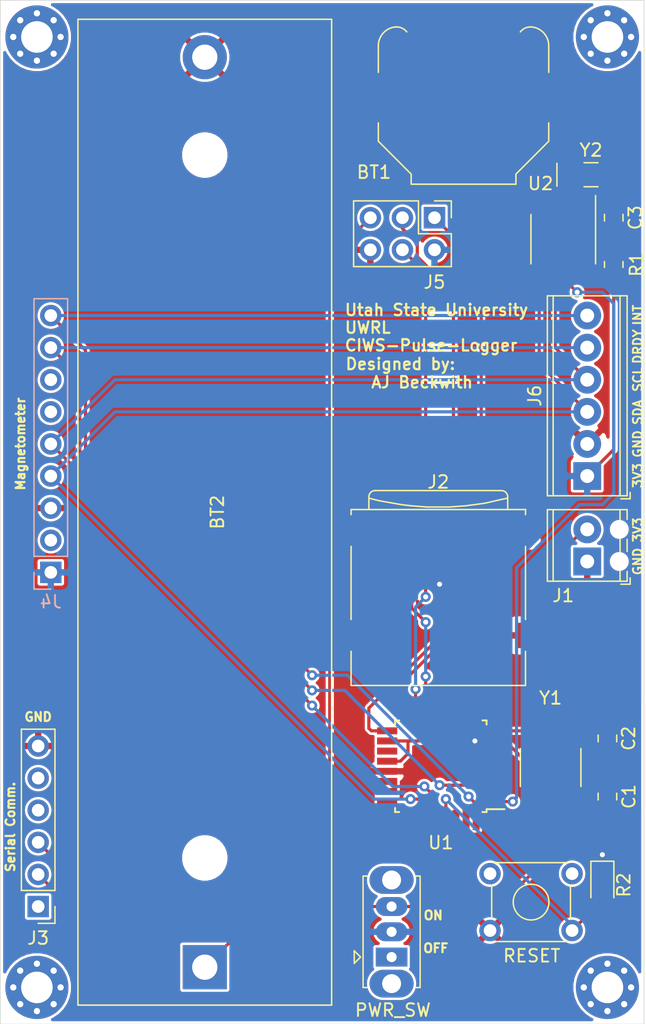
<source format=kicad_pcb>
(kicad_pcb (version 20171130) (host pcbnew "(5.1.9-0-10_14)")
  (layers (0 F.Cu signal hide) (31 B.Cu signal hide) (34 B.Paste user) (35 F.Paste user) (36 B.SilkS user) (37 F.SilkS user) (38 B.Mask user) (39 F.Mask user) (44 Edge.Cuts user))
  (net 0 "")
  (net 1 GND)
  (net 2 "Net-(BT1-Pad1)")
  (net 3 "Net-(C1-Pad1)")
  (net 4 "Net-(C2-Pad1)")
  (net 5 "Net-(C3-Pad1)")
  (net 6 "Net-(J2-Pad1)")
  (net 7 "Net-(J2-Pad2)")
  (net 8 "Net-(J2-Pad3)")
  (net 9 +3V3)
  (net 10 "Net-(J2-Pad5)")
  (net 11 "Net-(J2-Pad7)")
  (net 12 "Net-(J2-Pad8)")
  (net 13 "Net-(J3-Pad5)")
  (net 14 "Net-(J3-Pad4)")
  (net 15 "Net-(J3-Pad3)")
  (net 16 "Net-(J3-Pad2)")
  (net 17 "Net-(J3-Pad1)")
  (net 18 "Net-(J4-Pad9)")
  (net 19 "Net-(J4-Pad8)")
  (net 20 "Net-(J4-Pad7)")
  (net 21 "Net-(J4-Pad6)")
  (net 22 "Net-(J4-Pad5)")
  (net 23 "Net-(J4-Pad4)")
  (net 24 "Net-(J4-Pad2)")
  (net 25 "Net-(J5-Pad5)")
  (net 26 "Net-(U1-Pad26)")
  (net 27 "Net-(U1-Pad25)")
  (net 28 "Net-(U1-Pad24)")
  (net 29 "Net-(U1-Pad23)")
  (net 30 "Net-(U1-Pad22)")
  (net 31 "Net-(U1-Pad19)")
  (net 32 "Net-(U1-Pad13)")
  (net 33 "Net-(U1-Pad12)")
  (net 34 "Net-(U1-Pad11)")
  (net 35 "Net-(U1-Pad10)")
  (net 36 "Net-(U1-Pad9)")
  (net 37 "Net-(U1-Pad1)")
  (net 38 "Net-(U2-Pad2)")
  (net 39 "Net-(U2-Pad1)")
  (net 40 "Net-(BT2-Pad1)")
  (net 41 "Net-(SW2-Pad1)")
  (module TerminalBlock_Phoenix:TerminalBlock_Phoenix_MPT-0,5-6-2.54_1x06_P2.54mm_Horizontal (layer F.Cu) (at 164.3 88.44 90)
    (fp_text reference J6 (at 6.35 -4.16 90) (layer F.SilkS))
    (fp_text value Screw_Terminal_01x06 hide)
    (fp_line (start -1.8 3.4) (end -1.3 3.4) (layer F.SilkS) (width 0.12))
    (fp_line (start -1.8 2.66) (end -1.8 3.4) (layer F.SilkS) (width 0.12))
    (fp_line (start 14.26 -3.16) (end 14.26 3.16) (layer F.SilkS) (width 0.12))
    (fp_line (start -1.56 -3.16) (end -1.56 3.16) (layer F.SilkS) (width 0.12))
    (fp_line (start -1.56 3.16) (end 14.26 3.16) (layer F.SilkS) (width 0.12))
    (fp_line (start -1.56 -3.16) (end 14.26 -3.16) (layer F.SilkS) (width 0.12))
    (fp_line (start -1.56 -2.7) (end 14.26 -2.7) (layer F.SilkS) (width 0.12))
    (fp_line (start -1.56 2.6) (end 14.26 2.6) (layer F.SilkS) (width 0.12))
    (pad 6 thru_hole circle (at 12.7 0 90) (size 2.2 2.2) (drill 1.1) (layers *.Cu *.Mask) (net 18 "Net-(J4-Pad9)"))
    (pad 5 thru_hole circle (at 10.16 0 90) (size 2.2 2.2) (drill 1.1) (layers *.Cu *.Mask) (net 19 "Net-(J4-Pad8)"))
    (pad 4 thru_hole circle (at 7.62 0 90) (size 2.2 2.2) (drill 1.1) (layers *.Cu *.Mask) (net 22 "Net-(J4-Pad5)"))
    (pad 3 thru_hole circle (at 5.08 0 90) (size 2.2 2.2) (drill 1.1) (layers *.Cu *.Mask) (net 23 "Net-(J4-Pad4)"))
    (pad 2 thru_hole circle (at 2.54 0 90) (size 2.2 2.2) (drill 1.1) (layers *.Cu *.Mask) (net 1 GND))
    (pad 1 thru_hole rect (at 0 0 90) (size 2.2 2.2) (drill 1.1) (layers *.Cu *.Mask) (net 9 +3V3))
  )
  (module MountingHole:MountingHole_2.5mm_Pad_Via (layer F.Cu) (at 120.7 128.9)
    (fp_text reference REF** hide)
    (fp_text value MountingHole_2.5mm_Pad_Via)
    (pad 1 thru_hole circle (at 1.325825 -1.325825) (size 0.8 0.8) (drill 0.5) (layers *.Cu *.Mask))
    (pad 1 thru_hole circle (at 0 -1.875) (size 0.8 0.8) (drill 0.5) (layers *.Cu *.Mask))
    (pad 1 thru_hole circle (at -1.325825 -1.325825) (size 0.8 0.8) (drill 0.5) (layers *.Cu *.Mask))
    (pad 1 thru_hole circle (at -1.875 0) (size 0.8 0.8) (drill 0.5) (layers *.Cu *.Mask))
    (pad 1 thru_hole circle (at -1.325825 1.325825) (size 0.8 0.8) (drill 0.5) (layers *.Cu *.Mask))
    (pad 1 thru_hole circle (at 0 1.875) (size 0.8 0.8) (drill 0.5) (layers *.Cu *.Mask))
    (pad 1 thru_hole circle (at 1.325825 1.325825) (size 0.8 0.8) (drill 0.5) (layers *.Cu *.Mask))
    (pad 1 thru_hole circle (at 1.875 0) (size 0.8 0.8) (drill 0.5) (layers *.Cu *.Mask))
    (pad 1 thru_hole circle (at 0 0) (size 5 5) (drill 2.5) (layers *.Cu *.Mask))
  )
  (module MountingHole:MountingHole_2.5mm_Pad_Via (layer F.Cu) (at 120.7 53.7)
    (fp_text reference REF** hide)
    (fp_text value MountingHole_2.5mm_Pad_Via)
    (pad 1 thru_hole circle (at 1.325825 -1.325825) (size 0.8 0.8) (drill 0.5) (layers *.Cu *.Mask))
    (pad 1 thru_hole circle (at 0 -1.875) (size 0.8 0.8) (drill 0.5) (layers *.Cu *.Mask))
    (pad 1 thru_hole circle (at -1.325825 -1.325825) (size 0.8 0.8) (drill 0.5) (layers *.Cu *.Mask))
    (pad 1 thru_hole circle (at -1.875 0) (size 0.8 0.8) (drill 0.5) (layers *.Cu *.Mask))
    (pad 1 thru_hole circle (at -1.325825 1.325825) (size 0.8 0.8) (drill 0.5) (layers *.Cu *.Mask))
    (pad 1 thru_hole circle (at 0 1.875) (size 0.8 0.8) (drill 0.5) (layers *.Cu *.Mask))
    (pad 1 thru_hole circle (at 1.325825 1.325825) (size 0.8 0.8) (drill 0.5) (layers *.Cu *.Mask))
    (pad 1 thru_hole circle (at 1.875 0) (size 0.8 0.8) (drill 0.5) (layers *.Cu *.Mask))
    (pad 1 thru_hole circle (at 0 0) (size 5 5) (drill 2.5) (layers *.Cu *.Mask))
  )
  (module MountingHole:MountingHole_2.5mm_Pad_Via (layer F.Cu) (at 165.9 53.7)
    (fp_text reference REF** hide)
    (fp_text value MountingHole_2.5mm_Pad_Via)
    (pad 1 thru_hole circle (at 1.325825 -1.325825) (size 0.8 0.8) (drill 0.5) (layers *.Cu *.Mask))
    (pad 1 thru_hole circle (at 0 -1.875) (size 0.8 0.8) (drill 0.5) (layers *.Cu *.Mask))
    (pad 1 thru_hole circle (at -1.325825 -1.325825) (size 0.8 0.8) (drill 0.5) (layers *.Cu *.Mask))
    (pad 1 thru_hole circle (at -1.875 0) (size 0.8 0.8) (drill 0.5) (layers *.Cu *.Mask))
    (pad 1 thru_hole circle (at -1.325825 1.325825) (size 0.8 0.8) (drill 0.5) (layers *.Cu *.Mask))
    (pad 1 thru_hole circle (at 0 1.875) (size 0.8 0.8) (drill 0.5) (layers *.Cu *.Mask))
    (pad 1 thru_hole circle (at 1.325825 1.325825) (size 0.8 0.8) (drill 0.5) (layers *.Cu *.Mask))
    (pad 1 thru_hole circle (at 1.875 0) (size 0.8 0.8) (drill 0.5) (layers *.Cu *.Mask))
    (pad 1 thru_hole circle (at 0 0) (size 5 5) (drill 2.5) (layers *.Cu *.Mask))
  )
  (module MountingHole:MountingHole_2.5mm_Pad_Via (layer F.Cu) (at 165.9 128.9)
    (fp_text reference REF** hide)
    (fp_text value MountingHole_2.5mm_Pad_Via)
    (pad 1 thru_hole circle (at 1.325825 -1.325825) (size 0.8 0.8) (drill 0.5) (layers *.Cu *.Mask))
    (pad 1 thru_hole circle (at 0 -1.875) (size 0.8 0.8) (drill 0.5) (layers *.Cu *.Mask))
    (pad 1 thru_hole circle (at -1.325825 -1.325825) (size 0.8 0.8) (drill 0.5) (layers *.Cu *.Mask))
    (pad 1 thru_hole circle (at -1.875 0) (size 0.8 0.8) (drill 0.5) (layers *.Cu *.Mask))
    (pad 1 thru_hole circle (at -1.325825 1.325825) (size 0.8 0.8) (drill 0.5) (layers *.Cu *.Mask))
    (pad 1 thru_hole circle (at 0 1.875) (size 0.8 0.8) (drill 0.5) (layers *.Cu *.Mask))
    (pad 1 thru_hole circle (at 1.325825 1.325825) (size 0.8 0.8) (drill 0.5) (layers *.Cu *.Mask))
    (pad 1 thru_hole circle (at 1.875 0) (size 0.8 0.8) (drill 0.5) (layers *.Cu *.Mask))
    (pad 1 thru_hole circle (at 0 0) (size 5 5) (drill 2.5) (layers *.Cu *.Mask))
  )
  (module Battery:BatteryHolder_MPD_BH-18650-PC2 (layer F.Cu) (at 134 127.3 90)
    (fp_text reference BT2 (at 36 1 90) (layer F.SilkS))
    (fp_text value Battery_Cell)
    (fp_line (start -3 -10.05) (end 75 -10.05) (layer F.SilkS) (width 0.12))
    (fp_line (start 75 -10.05) (end 75 10.05) (layer F.SilkS) (width 0.12))
    (fp_line (start 75 10.05) (end -3 10.05) (layer F.SilkS) (width 0.12))
    (fp_line (start -3 10.05) (end -3 -10.05) (layer F.SilkS) (width 0.12))
    (pad "" np_thru_hole circle (at 64.255 0 90) (size 3.2 3.2) (drill 3.2) (layers *.Cu *.Mask))
    (pad "" np_thru_hole circle (at 8.645 0 90) (size 3.2 3.2) (drill 3.2) (layers *.Cu *.Mask))
    (pad 1 thru_hole rect (at 0 0 90) (size 3.5 3.5) (drill 2) (layers *.Cu *.Mask) (net 40 "Net-(BT2-Pad1)"))
    (pad 2 thru_hole circle (at 72 0 90) (size 3.5 3.5) (drill 2) (layers *.Cu *.Mask) (net 1 GND))
  )
  (module Connector_PinHeader_2.54mm:PinHeader_1x09_P2.54mm_Vertical (layer B.Cu) (at 121.8 96.06)
    (fp_text reference J4 (at 0 2.33) (layer B.SilkS) (effects (justify mirror)))
    (fp_text value Conn_01x09_Female)
    (fp_line (start -1.33 -21.65) (end 1.33 -21.65) (layer B.SilkS) (width 0.12))
    (fp_line (start -1.33 -1.27) (end -1.33 -21.65) (layer B.SilkS) (width 0.12))
    (fp_line (start 1.33 -1.27) (end 1.33 -21.65) (layer B.SilkS) (width 0.12))
    (fp_line (start -1.33 -1.27) (end 1.33 -1.27) (layer B.SilkS) (width 0.12))
    (fp_line (start -1.33 0) (end -1.33 1.33) (layer B.SilkS) (width 0.12))
    (fp_line (start -1.33 1.33) (end 0 1.33) (layer B.SilkS) (width 0.12))
    (pad 9 thru_hole oval (at 0 -20.32) (size 1.7 1.7) (drill 1) (layers *.Cu *.Mask) (net 18 "Net-(J4-Pad9)"))
    (pad 8 thru_hole oval (at 0 -17.78) (size 1.7 1.7) (drill 1) (layers *.Cu *.Mask) (net 19 "Net-(J4-Pad8)"))
    (pad 7 thru_hole oval (at 0 -15.24) (size 1.7 1.7) (drill 1) (layers *.Cu *.Mask) (net 20 "Net-(J4-Pad7)"))
    (pad 6 thru_hole oval (at 0 -12.7) (size 1.7 1.7) (drill 1) (layers *.Cu *.Mask) (net 21 "Net-(J4-Pad6)"))
    (pad 5 thru_hole oval (at 0 -10.16) (size 1.7 1.7) (drill 1) (layers *.Cu *.Mask) (net 22 "Net-(J4-Pad5)"))
    (pad 4 thru_hole oval (at 0 -7.62) (size 1.7 1.7) (drill 1) (layers *.Cu *.Mask) (net 23 "Net-(J4-Pad4)"))
    (pad 3 thru_hole oval (at 0 -5.08) (size 1.7 1.7) (drill 1) (layers *.Cu *.Mask) (net 1 GND))
    (pad 2 thru_hole oval (at 0 -2.54) (size 1.7 1.7) (drill 1) (layers *.Cu *.Mask) (net 24 "Net-(J4-Pad2)"))
    (pad 1 thru_hole rect (at 0 0) (size 1.7 1.7) (drill 1) (layers *.Cu *.Mask) (net 9 +3V3))
  )
  (module Connector_PinHeader_2.54mm:PinHeader_1x06_P2.54mm_Vertical (layer F.Cu) (at 120.8 122.5 180)
    (fp_text reference J3 (at 0 -2.5) (layer F.SilkS))
    (fp_text value Conn_01x06_Female hide)
    (fp_line (start -1.33 14.03) (end 1.33 14.03) (layer F.SilkS) (width 0.12))
    (fp_line (start -1.33 1.27) (end -1.33 14.03) (layer F.SilkS) (width 0.12))
    (fp_line (start 1.33 1.27) (end 1.33 14.03) (layer F.SilkS) (width 0.12))
    (fp_line (start -1.33 1.27) (end 1.33 1.27) (layer F.SilkS) (width 0.12))
    (fp_line (start -1.33 0) (end -1.33 -1.33) (layer F.SilkS) (width 0.12))
    (fp_line (start -1.33 -1.33) (end 0 -1.33) (layer F.SilkS) (width 0.12))
    (pad 6 thru_hole oval (at 0 12.7 180) (size 1.7 1.7) (drill 1) (layers *.Cu *.Mask) (net 1 GND))
    (pad 5 thru_hole oval (at 0 10.16 180) (size 1.7 1.7) (drill 1) (layers *.Cu *.Mask) (net 13 "Net-(J3-Pad5)"))
    (pad 4 thru_hole oval (at 0 7.62 180) (size 1.7 1.7) (drill 1) (layers *.Cu *.Mask) (net 14 "Net-(J3-Pad4)"))
    (pad 3 thru_hole oval (at 0 5.08 180) (size 1.7 1.7) (drill 1) (layers *.Cu *.Mask) (net 15 "Net-(J3-Pad3)"))
    (pad 2 thru_hole oval (at 0 2.54 180) (size 1.7 1.7) (drill 1) (layers *.Cu *.Mask) (net 16 "Net-(J3-Pad2)"))
    (pad 1 thru_hole rect (at 0 0 180) (size 1.7 1.7) (drill 1) (layers *.Cu *.Mask) (net 17 "Net-(J3-Pad1)"))
  )
  (module Crystal:Crystal_SMD_EuroQuartz_EQ161-2Pin_3.2x1.5mm_HandSoldering (layer F.Cu) (at 164.6 64.6)
    (fp_text reference Y2 (at 0 -1.95) (layer F.SilkS))
    (fp_text value 32.768kHz)
    (fp_line (start -0.55 -0.95) (end 0.55 -0.95) (layer F.SilkS) (width 0.12))
    (fp_line (start -0.55 0.95) (end 0.55 0.95) (layer F.SilkS) (width 0.12))
    (fp_line (start -2.7 -0.9) (end -2.7 0.9) (layer F.SilkS) (width 0.12))
    (pad 2 smd rect (at 1.625 0) (size 1.75 1.8) (layers F.Cu F.Paste F.Mask) (net 39 "Net-(U2-Pad1)"))
    (pad 1 smd rect (at -1.625 0) (size 1.75 1.8) (layers F.Cu F.Paste F.Mask) (net 38 "Net-(U2-Pad2)"))
  )
  (module Crystal:Crystal_SMD_TXC_AX_8045-2Pin_8.0x4.5mm (layer F.Cu) (at 161.4 111.5 90)
    (fp_text reference Y1 (at 5.5 0 180) (layer F.SilkS))
    (fp_text value 8Mhz)
    (fp_line (start 1.5 -2.4) (end -1.5 -2.4) (layer F.SilkS) (width 0.12))
    (fp_line (start -1.5 2.4) (end 1.5 2.4) (layer F.SilkS) (width 0.12))
    (pad 2 smd roundrect (at 3.25 0 90) (size 2.5 3) (layers F.Cu F.Paste F.Mask) (net 4 "Net-(C2-Pad1)"))
    (pad 1 smd roundrect (at -3.25 0 90) (size 2.5 3) (layers F.Cu F.Paste F.Mask) (net 3 "Net-(C1-Pad1)"))
  )
  (module Package_SO:SOIC-8_3.9x4.9mm_P1.27mm (layer F.Cu) (at 162.4 69.7 270)
    (fp_text reference U2 (at -4.4 1.8 180) (layer F.SilkS))
    (fp_text value PCF8523T)
    (fp_line (start 0 2.56) (end 1.95 2.56) (layer F.SilkS) (width 0.12))
    (fp_line (start 0 2.56) (end -1.95 2.56) (layer F.SilkS) (width 0.12))
    (fp_line (start 0 -2.56) (end 1.95 -2.56) (layer F.SilkS) (width 0.12))
    (fp_line (start 0 -2.56) (end -3.45 -2.56) (layer F.SilkS) (width 0.12))
    (pad 8 smd roundrect (at 2.475 -1.905 270) (size 1.95 0.6) (layers F.Cu F.Paste F.Mask) (net 5 "Net-(C3-Pad1)"))
    (pad 7 smd roundrect (at 2.475 -0.635 270) (size 1.95 0.6) (layers F.Cu F.Paste F.Mask) (net 37 "Net-(U1-Pad1)"))
    (pad 6 smd roundrect (at 2.475 0.635 270) (size 1.95 0.6) (layers F.Cu F.Paste F.Mask) (net 22 "Net-(J4-Pad5)"))
    (pad 5 smd roundrect (at 2.475 1.905 270) (size 1.95 0.6) (layers F.Cu F.Paste F.Mask) (net 23 "Net-(J4-Pad4)"))
    (pad 4 smd roundrect (at -2.475 1.905 270) (size 1.95 0.6) (layers F.Cu F.Paste F.Mask) (net 1 GND))
    (pad 3 smd roundrect (at -2.475 0.635 270) (size 1.95 0.6) (layers F.Cu F.Paste F.Mask) (net 2 "Net-(BT1-Pad1)"))
    (pad 2 smd roundrect (at -2.475 -0.635 270) (size 1.95 0.6) (layers F.Cu F.Paste F.Mask) (net 38 "Net-(U2-Pad2)"))
    (pad 1 smd roundrect (at -2.475 -1.905 270) (size 1.95 0.6) (layers F.Cu F.Paste F.Mask) (net 39 "Net-(U2-Pad1)"))
  )
  (module Package_QFP:TQFP-32_7x7mm_P0.8mm (layer F.Cu) (at 152.7 111.4 180)
    (fp_text reference U1 (at 0 -6.05) (layer F.SilkS))
    (fp_text value ATmega328P-AU)
    (fp_line (start -3.625 -3.625) (end -3.625 -3.4) (layer F.SilkS) (width 0.15))
    (fp_line (start 3.625 -3.625) (end 3.625 -3.3) (layer F.SilkS) (width 0.15))
    (fp_line (start 3.625 3.625) (end 3.625 3.3) (layer F.SilkS) (width 0.15))
    (fp_line (start -3.625 3.625) (end -3.625 3.3) (layer F.SilkS) (width 0.15))
    (fp_line (start -3.625 -3.625) (end -3.3 -3.625) (layer F.SilkS) (width 0.15))
    (fp_line (start -3.625 3.625) (end -3.3 3.625) (layer F.SilkS) (width 0.15))
    (fp_line (start 3.625 3.625) (end 3.3 3.625) (layer F.SilkS) (width 0.15))
    (fp_line (start 3.625 -3.625) (end 3.3 -3.625) (layer F.SilkS) (width 0.15))
    (fp_line (start -3.625 -3.4) (end -5.05 -3.4) (layer F.SilkS) (width 0.15))
    (pad 32 smd rect (at -2.8 -4.25 270) (size 1.6 0.55) (layers F.Cu F.Paste F.Mask) (net 18 "Net-(J4-Pad9)"))
    (pad 31 smd rect (at -2 -4.25 270) (size 1.6 0.55) (layers F.Cu F.Paste F.Mask) (net 16 "Net-(J3-Pad2)"))
    (pad 30 smd rect (at -1.2 -4.25 270) (size 1.6 0.55) (layers F.Cu F.Paste F.Mask) (net 15 "Net-(J3-Pad3)"))
    (pad 29 smd rect (at -0.4 -4.25 270) (size 1.6 0.55) (layers F.Cu F.Paste F.Mask) (net 25 "Net-(J5-Pad5)"))
    (pad 28 smd rect (at 0.4 -4.25 270) (size 1.6 0.55) (layers F.Cu F.Paste F.Mask) (net 22 "Net-(J4-Pad5)"))
    (pad 27 smd rect (at 1.2 -4.25 270) (size 1.6 0.55) (layers F.Cu F.Paste F.Mask) (net 23 "Net-(J4-Pad4)"))
    (pad 26 smd rect (at 2 -4.25 270) (size 1.6 0.55) (layers F.Cu F.Paste F.Mask) (net 26 "Net-(U1-Pad26)"))
    (pad 25 smd rect (at 2.8 -4.25 270) (size 1.6 0.55) (layers F.Cu F.Paste F.Mask) (net 27 "Net-(U1-Pad25)"))
    (pad 24 smd rect (at 4.25 -2.8 180) (size 1.6 0.55) (layers F.Cu F.Paste F.Mask) (net 28 "Net-(U1-Pad24)"))
    (pad 23 smd rect (at 4.25 -2 180) (size 1.6 0.55) (layers F.Cu F.Paste F.Mask) (net 29 "Net-(U1-Pad23)"))
    (pad 22 smd rect (at 4.25 -1.2 180) (size 1.6 0.55) (layers F.Cu F.Paste F.Mask) (net 30 "Net-(U1-Pad22)"))
    (pad 21 smd rect (at 4.25 -0.4 180) (size 1.6 0.55) (layers F.Cu F.Paste F.Mask) (net 1 GND))
    (pad 20 smd rect (at 4.25 0.4 180) (size 1.6 0.55) (layers F.Cu F.Paste F.Mask) (net 9 +3V3))
    (pad 19 smd rect (at 4.25 1.2 180) (size 1.6 0.55) (layers F.Cu F.Paste F.Mask) (net 31 "Net-(U1-Pad19)"))
    (pad 18 smd rect (at 4.25 2 180) (size 1.6 0.55) (layers F.Cu F.Paste F.Mask) (net 9 +3V3))
    (pad 17 smd rect (at 4.25 2.8 180) (size 1.6 0.55) (layers F.Cu F.Paste F.Mask) (net 10 "Net-(J2-Pad5)"))
    (pad 16 smd rect (at 2.8 4.25 270) (size 1.6 0.55) (layers F.Cu F.Paste F.Mask) (net 11 "Net-(J2-Pad7)"))
    (pad 15 smd rect (at 2 4.25 270) (size 1.6 0.55) (layers F.Cu F.Paste F.Mask) (net 8 "Net-(J2-Pad3)"))
    (pad 14 smd rect (at 1.2 4.25 270) (size 1.6 0.55) (layers F.Cu F.Paste F.Mask) (net 7 "Net-(J2-Pad2)"))
    (pad 13 smd rect (at 0.4 4.25 270) (size 1.6 0.55) (layers F.Cu F.Paste F.Mask) (net 32 "Net-(U1-Pad13)"))
    (pad 12 smd rect (at -0.4 4.25 270) (size 1.6 0.55) (layers F.Cu F.Paste F.Mask) (net 33 "Net-(U1-Pad12)"))
    (pad 11 smd rect (at -1.2 4.25 270) (size 1.6 0.55) (layers F.Cu F.Paste F.Mask) (net 34 "Net-(U1-Pad11)"))
    (pad 10 smd rect (at -2 4.25 270) (size 1.6 0.55) (layers F.Cu F.Paste F.Mask) (net 35 "Net-(U1-Pad10)"))
    (pad 9 smd rect (at -2.8 4.25 270) (size 1.6 0.55) (layers F.Cu F.Paste F.Mask) (net 36 "Net-(U1-Pad9)"))
    (pad 8 smd rect (at -4.25 2.8 180) (size 1.6 0.55) (layers F.Cu F.Paste F.Mask) (net 4 "Net-(C2-Pad1)"))
    (pad 7 smd rect (at -4.25 2 180) (size 1.6 0.55) (layers F.Cu F.Paste F.Mask) (net 3 "Net-(C1-Pad1)"))
    (pad 6 smd rect (at -4.25 1.2 180) (size 1.6 0.55) (layers F.Cu F.Paste F.Mask) (net 9 +3V3))
    (pad 5 smd rect (at -4.25 0.4 180) (size 1.6 0.55) (layers F.Cu F.Paste F.Mask) (net 1 GND))
    (pad 4 smd rect (at -4.25 -0.4 180) (size 1.6 0.55) (layers F.Cu F.Paste F.Mask) (net 9 +3V3))
    (pad 3 smd rect (at -4.25 -1.2 180) (size 1.6 0.55) (layers F.Cu F.Paste F.Mask) (net 1 GND))
    (pad 2 smd rect (at -4.25 -2 180) (size 1.6 0.55) (layers F.Cu F.Paste F.Mask) (net 19 "Net-(J4-Pad8)"))
    (pad 1 smd rect (at -4.25 -2.8 180) (size 1.6 0.55) (layers F.Cu F.Paste F.Mask) (net 37 "Net-(U1-Pad1)"))
  )
  (module Button_Switch_THT:SW_Slide_1P2T_CK_OS102011MS2Q (layer F.Cu) (at 148.8 126.5 90)
    (fp_text reference SW2 hide)
    (fp_text value PWR_SW (at -4.2 0.1 180) (layer F.SilkS))
    (fp_line (start -2.41 -2.26) (end 6.41 -2.26) (layer F.SilkS) (width 0.12))
    (fp_line (start 6.41 -2.26) (end 6.41 -1.95) (layer F.SilkS) (width 0.12))
    (fp_line (start 6.41 2.26) (end -2.41 2.26) (layer F.SilkS) (width 0.12))
    (fp_line (start -2.41 -1.95) (end -2.41 -2.26) (layer F.SilkS) (width 0.12))
    (fp_line (start -2.41 2.26) (end -2.41 1.95) (layer F.SilkS) (width 0.12))
    (fp_line (start 6.41 2.26) (end 6.41 1.95) (layer F.SilkS) (width 0.12))
    (fp_line (start -0.5 -2.96) (end 0 -2.46) (layer F.SilkS) (width 0.12))
    (fp_line (start 0 -2.46) (end 0.5 -2.96) (layer F.SilkS) (width 0.12))
    (fp_line (start 0.5 -2.96) (end -0.5 -2.96) (layer F.SilkS) (width 0.12))
    (pad "" thru_hole oval (at 6.1 0 90) (size 2.2 3.5) (drill 1.5) (layers *.Cu *.Mask))
    (pad "" thru_hole oval (at -2.1 0 90) (size 2.2 3.5) (drill 1.5) (layers *.Cu *.Mask))
    (pad 3 thru_hole oval (at 4 0 90) (size 1.5 2.5) (drill 0.8) (layers *.Cu *.Mask) (net 40 "Net-(BT2-Pad1)"))
    (pad 2 thru_hole oval (at 2 0 90) (size 1.5 2.5) (drill 0.8) (layers *.Cu *.Mask) (net 9 +3V3))
    (pad 1 thru_hole rect (at 0 0 90) (size 1.5 2.5) (drill 0.8) (layers *.Cu *.Mask) (net 41 "Net-(SW2-Pad1)"))
  )
  (module Button_Switch_THT:SW_TH_Tactile_Omron_B3F-10xx (layer F.Cu) (at 163.1 124.4 180)
    (fp_text reference SW1 hide)
    (fp_text value RESET (at 3.2 -2) (layer F.SilkS))
    (fp_circle (center 3.25 2.25) (end 4.25 3.25) (layer F.SilkS) (width 0.12))
    (fp_line (start 0.28 5.37) (end 6.22 5.37) (layer F.SilkS) (width 0.12))
    (fp_line (start 0.28 -0.87) (end 6.22 -0.87) (layer F.SilkS) (width 0.12))
    (fp_line (start 0.13 3.59) (end 0.13 0.91) (layer F.SilkS) (width 0.12))
    (fp_line (start 6.37 0.91) (end 6.37 3.59) (layer F.SilkS) (width 0.12))
    (pad 1 thru_hole circle (at 0 0 180) (size 1.7 1.7) (drill 1) (layers *.Cu *.Mask) (net 25 "Net-(J5-Pad5)"))
    (pad 2 thru_hole circle (at 6.5 0 180) (size 1.7 1.7) (drill 1) (layers *.Cu *.Mask) (net 1 GND))
    (pad 3 thru_hole circle (at 0 4.5 180) (size 1.7 1.7) (drill 1) (layers *.Cu *.Mask))
    (pad 4 thru_hole circle (at 6.5 4.5 180) (size 1.7 1.7) (drill 1) (layers *.Cu *.Mask))
  )
  (module LED_SMD:LED_0805_2012Metric_Castellated (layer F.Cu) (at 165.5 120.8 270)
    (fp_text reference R2 (at 0 -1.7 90) (layer F.SilkS))
    (fp_text value 10k)
    (fp_line (start 1 -0.91) (end -1.885 -0.91) (layer F.SilkS) (width 0.12))
    (fp_line (start -1.885 -0.91) (end -1.885 0.91) (layer F.SilkS) (width 0.12))
    (fp_line (start -1.885 0.91) (end 1 0.91) (layer F.SilkS) (width 0.12))
    (pad 2 smd roundrect (at 0.9625 0 270) (size 1.325 1.3) (layers F.Cu F.Paste F.Mask) (roundrect_rratio 0.192308) (net 25 "Net-(J5-Pad5)"))
    (pad 1 smd roundrect (at -0.9625 0 270) (size 1.325 1.3) (layers F.Cu F.Paste F.Mask) (roundrect_rratio 0.192308) (net 9 +3V3))
  )
  (module Resistor_SMD:R_0805_2012Metric (layer F.Cu) (at 166.4 71.7 90)
    (fp_text reference R1 (at 0 1.8 90) (layer F.SilkS))
    (fp_text value 1k)
    (fp_line (start -0.227064 -0.735) (end 0.227064 -0.735) (layer F.SilkS) (width 0.12))
    (fp_line (start -0.227064 0.735) (end 0.227064 0.735) (layer F.SilkS) (width 0.12))
    (pad 2 smd roundrect (at 0.9125 0 90) (size 1.025 1.4) (layers F.Cu F.Paste F.Mask) (roundrect_rratio 0.243902) (net 5 "Net-(C3-Pad1)"))
    (pad 1 smd roundrect (at -0.9125 0 90) (size 1.025 1.4) (layers F.Cu F.Paste F.Mask) (roundrect_rratio 0.243902) (net 9 +3V3))
  )
  (module Connector_PinHeader_2.54mm:PinHeader_2x03_P2.54mm_Vertical (layer F.Cu) (at 152.2 68 270)
    (fp_text reference J5 (at 5.1 0 180) (layer F.SilkS))
    (fp_text value ISP)
    (fp_line (start -1.33 6.41) (end 3.87 6.41) (layer F.SilkS) (width 0.12))
    (fp_line (start -1.33 1.27) (end -1.33 6.41) (layer F.SilkS) (width 0.12))
    (fp_line (start 3.87 -1.33) (end 3.87 6.41) (layer F.SilkS) (width 0.12))
    (fp_line (start -1.33 1.27) (end 1.27 1.27) (layer F.SilkS) (width 0.12))
    (fp_line (start 1.27 1.27) (end 1.27 -1.33) (layer F.SilkS) (width 0.12))
    (fp_line (start 1.27 -1.33) (end 3.87 -1.33) (layer F.SilkS) (width 0.12))
    (fp_line (start -1.33 0) (end -1.33 -1.33) (layer F.SilkS) (width 0.12))
    (fp_line (start -1.33 -1.33) (end 0 -1.33) (layer F.SilkS) (width 0.12))
    (pad 6 thru_hole oval (at 2.54 5.08 270) (size 1.7 1.7) (drill 1) (layers *.Cu *.Mask) (net 1 GND))
    (pad 5 thru_hole oval (at 0 5.08 270) (size 1.7 1.7) (drill 1) (layers *.Cu *.Mask) (net 25 "Net-(J5-Pad5)"))
    (pad 4 thru_hole oval (at 2.54 2.54 270) (size 1.7 1.7) (drill 1) (layers *.Cu *.Mask) (net 8 "Net-(J2-Pad3)"))
    (pad 3 thru_hole oval (at 0 2.54 270) (size 1.7 1.7) (drill 1) (layers *.Cu *.Mask) (net 10 "Net-(J2-Pad5)"))
    (pad 2 thru_hole oval (at 2.54 0 270) (size 1.7 1.7) (drill 1) (layers *.Cu *.Mask) (net 9 +3V3))
    (pad 1 thru_hole rect (at 0 0 270) (size 1.7 1.7) (drill 1) (layers *.Cu *.Mask) (net 11 "Net-(J2-Pad7)"))
  )
  (module Connector_Card:microSD_HC_Wuerth_693072010801 (layer F.Cu) (at 152.5 96.9)
    (fp_text reference J2 (at 0 -7.99) (layer F.SilkS))
    (fp_text value Micro_SD_Card)
    (fp_line (start 5 -6.61) (end 5.5 -6.71) (layer F.SilkS) (width 0.12))
    (fp_line (start 3.7 -6.31) (end 5 -6.61) (layer F.SilkS) (width 0.12))
    (fp_line (start 2.2 -6.11) (end 3.7 -6.31) (layer F.SilkS) (width 0.12))
    (fp_line (start 0.9 -6.01) (end 2.2 -6.11) (layer F.SilkS) (width 0.12))
    (fp_line (start -0.9 -6.01) (end 0.9 -6.01) (layer F.SilkS) (width 0.12))
    (fp_line (start -2.2 -6.11) (end -0.9 -6.01) (layer F.SilkS) (width 0.12))
    (fp_line (start -3 -6.21) (end -2.2 -6.11) (layer F.SilkS) (width 0.12))
    (fp_line (start -4.7 -6.51) (end -3 -6.21) (layer F.SilkS) (width 0.12))
    (fp_line (start -5.5 -6.71) (end -4.7 -6.51) (layer F.SilkS) (width 0.12))
    (fp_line (start -5 -7.31) (end 5 -7.31) (layer F.SilkS) (width 0.12))
    (fp_line (start -5.5 -5.81) (end -5.5 -6.81) (layer F.SilkS) (width 0.12))
    (fp_line (start 5.5 -5.81) (end 5.5 -6.81) (layer F.SilkS) (width 0.12))
    (fp_line (start -6.91 -5.81) (end 6.91 -5.81) (layer F.SilkS) (width 0.12))
    (fp_line (start 6.91 8.11) (end -6.91 8.11) (layer F.SilkS) (width 0.12))
    (fp_line (start 6.91 5.41) (end 6.91 8.11) (layer F.SilkS) (width 0.12))
    (fp_line (start 6.91 -5.81) (end 6.91 -5.41) (layer F.SilkS) (width 0.12))
    (fp_line (start 6.91 -2.89) (end 6.91 2.89) (layer F.SilkS) (width 0.12))
    (fp_line (start -6.91 5.41) (end -6.91 8.11) (layer F.SilkS) (width 0.12))
    (fp_line (start -6.91 -2.89) (end -6.91 2.89) (layer F.SilkS) (width 0.12))
    (fp_line (start -6.91 -5.81) (end -6.91 -5.41) (layer F.SilkS) (width 0.12))
    (fp_arc (start -5 -6.81) (end -5.5 -6.81) (angle 90) (layer F.SilkS) (width 0.12))
    (fp_arc (start 5 -6.81) (end 5 -7.31) (angle 90) (layer F.SilkS) (width 0.12))
    (pad 1 smd rect (at -3.2 -1.55) (size 0.8 1.5) (layers F.Cu F.Paste F.Mask) (net 6 "Net-(J2-Pad1)"))
    (pad 2 smd rect (at -2.1 -1.55) (size 0.8 1.5) (layers F.Cu F.Paste F.Mask) (net 7 "Net-(J2-Pad2)"))
    (pad 3 smd rect (at -1 -1.55) (size 0.8 1.5) (layers F.Cu F.Paste F.Mask) (net 8 "Net-(J2-Pad3)"))
    (pad 4 smd rect (at 0.1 -1.55) (size 0.8 1.5) (layers F.Cu F.Paste F.Mask) (net 9 +3V3))
    (pad 5 smd rect (at 1.2 -1.55) (size 0.8 1.5) (layers F.Cu F.Paste F.Mask) (net 10 "Net-(J2-Pad5)"))
    (pad 6 smd rect (at 2.3 -1.55) (size 0.8 1.5) (layers F.Cu F.Paste F.Mask) (net 1 GND))
    (pad 7 smd rect (at 3.4 -1.55) (size 0.8 1.5) (layers F.Cu F.Paste F.Mask) (net 11 "Net-(J2-Pad7)"))
    (pad 8 smd rect (at 4.5 -1.55) (size 0.8 1.5) (layers F.Cu F.Paste F.Mask) (net 12 "Net-(J2-Pad8)"))
    (pad 9 smd rect (at 6.875 4.15) (size 1.45 2) (layers F.Cu F.Paste F.Mask) (net 1 GND))
    (pad 9 smd rect (at -6.875 4.15) (size 1.45 2) (layers F.Cu F.Paste F.Mask) (net 1 GND))
    (pad 9 smd rect (at -6.875 -4.15) (size 1.45 2) (layers F.Cu F.Paste F.Mask) (net 1 GND))
    (pad 9 smd rect (at 6.875 -4.15) (size 1.45 2) (layers F.Cu F.Paste F.Mask) (net 1 GND))
  )
  (module TerminalBlock_Phoenix:TerminalBlock_Phoenix_MPT-0,5-2-2.54_1x02_P2.54mm_Horizontal (layer F.Cu) (at 164.3 95.2 90)
    (fp_text reference J1 (at -2.7 -1.9 180) (layer F.SilkS))
    (fp_text value POWER_Terminal hide)
    (fp_line (start -1.56 2.6) (end -0.79 2.6) (layer F.SilkS) (width 0.12))
    (fp_line (start 0.79 2.6) (end 1.75 2.6) (layer F.SilkS) (width 0.12))
    (fp_line (start 3.33 2.6) (end 4.1 2.6) (layer F.SilkS) (width 0.12))
    (fp_line (start -1.56 -2.7) (end 4.1 -2.7) (layer F.SilkS) (width 0.12))
    (fp_line (start -1.56 -3.16) (end 4.1 -3.16) (layer F.SilkS) (width 0.12))
    (fp_line (start -1.56 3.16) (end -0.79 3.16) (layer F.SilkS) (width 0.12))
    (fp_line (start 0.79 3.16) (end 1.75 3.16) (layer F.SilkS) (width 0.12))
    (fp_line (start 3.33 3.16) (end 4.1 3.16) (layer F.SilkS) (width 0.12))
    (fp_line (start -1.56 -3.16) (end -1.56 3.16) (layer F.SilkS) (width 0.12))
    (fp_line (start 4.1 -3.16) (end 4.1 3.16) (layer F.SilkS) (width 0.12))
    (fp_line (start -1.8 2.66) (end -1.8 3.4) (layer F.SilkS) (width 0.12))
    (fp_line (start -1.8 3.4) (end -1.3 3.4) (layer F.SilkS) (width 0.12))
    (pad "" np_thru_hole circle (at 2.54 2.54 90) (size 1.1 1.1) (drill 1.1) (layers *.Cu *.Mask))
    (pad 2 thru_hole circle (at 2.54 0 90) (size 2.2 2.2) (drill 1.1) (layers *.Cu *.Mask) (net 40 "Net-(BT2-Pad1)"))
    (pad "" np_thru_hole circle (at 0 2.54 90) (size 1.1 1.1) (drill 1.1) (layers *.Cu *.Mask))
    (pad 1 thru_hole rect (at 0 0 90) (size 2.2 2.2) (drill 1.1) (layers *.Cu *.Mask) (net 1 GND))
  )
  (module Capacitor_SMD:C_0805_2012Metric (layer F.Cu) (at 166.4 68 90)
    (fp_text reference C3 (at 0 1.7 90) (layer F.SilkS))
    (fp_text value 3.3uF)
    (fp_line (start -0.261252 -0.735) (end 0.261252 -0.735) (layer F.SilkS) (width 0.12))
    (fp_line (start -0.261252 0.735) (end 0.261252 0.735) (layer F.SilkS) (width 0.12))
    (pad 2 smd roundrect (at 0.95 0 90) (size 1 1.45) (layers F.Cu F.Paste F.Mask) (net 1 GND))
    (pad 1 smd roundrect (at -0.95 0 90) (size 1 1.45) (layers F.Cu F.Paste F.Mask) (net 5 "Net-(C3-Pad1)"))
  )
  (module Capacitor_SMD:C_0805_2012Metric (layer F.Cu) (at 165.9 109.2 270)
    (fp_text reference C2 (at 0 -1.68 90) (layer F.SilkS))
    (fp_text value 16pF)
    (fp_line (start -0.261252 -0.735) (end 0.261252 -0.735) (layer F.SilkS) (width 0.12))
    (fp_line (start -0.261252 0.735) (end 0.261252 0.735) (layer F.SilkS) (width 0.12))
    (pad 2 smd roundrect (at 0.95 0 270) (size 1 1.45) (layers F.Cu F.Paste F.Mask) (net 1 GND))
    (pad 1 smd roundrect (at -0.95 0 270) (size 1 1.45) (layers F.Cu F.Paste F.Mask) (net 4 "Net-(C2-Pad1)"))
  )
  (module Capacitor_SMD:C_0805_2012Metric (layer F.Cu) (at 165.9 113.8 90)
    (fp_text reference C1 (at 0 1.7 90) (layer F.SilkS))
    (fp_text value 16pF)
    (fp_line (start -0.261252 -0.735) (end 0.261252 -0.735) (layer F.SilkS) (width 0.12))
    (fp_line (start -0.261252 0.735) (end 0.261252 0.735) (layer F.SilkS) (width 0.12))
    (pad 2 smd roundrect (at 0.95 0 90) (size 1 1.45) (layers F.Cu F.Paste F.Mask) (net 1 GND))
    (pad 1 smd roundrect (at -0.95 0 90) (size 1 1.45) (layers F.Cu F.Paste F.Mask) (net 3 "Net-(C1-Pad1)"))
  )
  (module Battery:BatteryHolder_Keystone_3000_1x12mm (layer F.Cu) (at 154.5 58.5 180)
    (fp_text reference BT1 (at 7.1 -5.9) (layer F.SilkS))
    (fp_text value RTC_Battery)
    (fp_line (start 6.75 2) (end 6.75 4.1) (layer F.SilkS) (width 0.12))
    (fp_line (start -6.75 2) (end -6.75 4.1) (layer F.SilkS) (width 0.12))
    (fp_line (start -6.75 -2) (end -6.75 -3.45) (layer F.SilkS) (width 0.12))
    (fp_line (start -6.75 -3.45) (end -4.15 -6.05) (layer F.SilkS) (width 0.12))
    (fp_line (start -4.15 -6.05) (end -4.15 -6.85) (layer F.SilkS) (width 0.12))
    (fp_line (start -4.15 -6.85) (end 4.15 -6.85) (layer F.SilkS) (width 0.12))
    (fp_line (start 4.15 -6.85) (end 4.15 -6.05) (layer F.SilkS) (width 0.12))
    (fp_line (start 4.15 -6.05) (end 6.75 -3.45) (layer F.SilkS) (width 0.12))
    (fp_line (start 6.75 -3.45) (end 6.75 -2) (layer F.SilkS) (width 0.12))
    (fp_arc (start -5.25 4.1) (end -5.3 5.6) (angle 90) (layer F.SilkS) (width 0.12))
    (fp_arc (start 5.25 4.1) (end 5.3 5.6) (angle -90) (layer F.SilkS) (width 0.12))
    (fp_arc (start -5.29 4.6) (end -4.5 5.2) (angle 60) (layer F.SilkS) (width 0.12))
    (fp_arc (start 5.29 4.6) (end 4.5 5.2) (angle -60) (layer F.SilkS) (width 0.12))
    (pad 2 smd circle (at 0 0 180) (size 10.2 10.2) (layers F.Cu F.Mask) (net 1 GND))
    (pad 1 smd rect (at 7.9 0 180) (size 3.5 3.3) (layers F.Cu F.Paste F.Mask))
    (pad 1 smd rect (at -7.9 0 180) (size 3.5 3.3) (layers F.Cu F.Paste F.Mask) (net 2 "Net-(BT1-Pad1)"))
  )
  (gr_text GND (at 120.8 107.5) (layer F.SilkS) (effects (font (size 0.7 0.7) (thickness 0.175))))
  (gr_text "Designed by:\n     AJ Beckwith" (at 149.5 80.3) (layer F.SilkS) (effects (font (size 0.9 0.9) (thickness 0.175))))
  (gr_text CIWS-Pulse-Logger (at 145 78.1) (layer F.SilkS) (effects (font (size 0.9 0.9) (thickness 0.175)) (justify left)))
  (gr_text UWRL (at 145 76.7) (layer F.SilkS) (effects (font (size 0.9 0.9) (thickness 0.175)) (justify left)))
  (gr_text "Utah State University" (at 145 75.3) (layer F.SilkS) (effects (font (size 0.9 0.9) (thickness 0.175)) (justify left)))
  (gr_text Magnetometer (at 119.4 85.9 90) (layer F.SilkS) (effects (font (size 0.7 0.7) (thickness 0.175))))
  (gr_text "Serial Comm." (at 118.6 116.2 90) (layer F.SilkS) (effects (font (size 0.7 0.7) (thickness 0.175))))
  (gr_text OFF (at 152.3 125.8) (layer F.SilkS) (effects (font (size 0.7 0.7) (thickness 0.175))))
  (gr_text ON (at 152.1 123.2) (layer F.SilkS) (effects (font (size 0.7 0.7) (thickness 0.175))))
  (gr_text INT (at 168.3 75.7 90) (layer F.SilkS) (effects (font (size 0.7 0.7))))
  (gr_text DRDY (at 168.3 78.2 90) (layer F.SilkS) (effects (font (size 0.7 0.7))))
  (gr_text SCL (at 168.3 80.8 90) (layer F.SilkS) (effects (font (size 0.7 0.7))))
  (gr_text SDA (at 168.3 83.4 90) (layer F.SilkS) (effects (font (size 0.7 0.7))))
  (gr_text GND (at 168.3 85.9 90) (layer F.SilkS) (effects (font (size 0.7 0.7))))
  (gr_text 3V3 (at 168.3 88.4 90) (layer F.SilkS) (effects (font (size 0.7 0.7))))
  (gr_text 3V3 (at 168.3 92.7 90) (layer F.SilkS) (effects (font (size 0.7 0.7))))
  (gr_text GND (at 168.3 95.2 90) (layer F.SilkS) (effects (font (size 0.7 0.7))))
  (gr_line (start 168.8 50.8) (end 117.8 50.8) (layer Edge.Cuts) (width 0.05))
  (gr_line (start 168.8 131.8) (end 168.8 50.8) (layer Edge.Cuts) (width 0.05))
  (gr_line (start 117.8 131.8) (end 168.8 131.8) (layer Edge.Cuts) (width 0.05))
  (gr_line (start 117.8 50.8) (end 117.8 131.8) (layer Edge.Cuts) (width 0.05))
  (segment (start 161.765 59.135) (end 161.765 67.225) (width 0.25) (layer F.Cu) (net 2))
  (segment (start 162.4 58.5) (end 161.765 59.135) (width 0.25) (layer F.Cu) (net 2))
  (segment (start 161.4 112.989998) (end 157.810002 109.4) (width 0.25) (layer F.Cu) (net 3))
  (segment (start 157.810002 109.4) (end 156.95 109.4) (width 0.25) (layer F.Cu) (net 3))
  (segment (start 161.4 114.75) (end 161.4 112.989998) (width 0.25) (layer F.Cu) (net 3))
  (segment (start 161.4 114.75) (end 165.9 114.75) (width 0.25) (layer F.Cu) (net 3))
  (segment (start 161.05 108.6) (end 161.4 108.25) (width 0.25) (layer F.Cu) (net 4))
  (segment (start 156.95 108.6) (end 161.05 108.6) (width 0.25) (layer F.Cu) (net 4))
  (segment (start 161.4 108.25) (end 165.9 108.25) (width 0.25) (layer F.Cu) (net 4))
  (segment (start 166.4 68.95) (end 166.4 70.7875) (width 0.25) (layer F.Cu) (net 5))
  (segment (start 165.0125 72.175) (end 166.4 70.7875) (width 0.25) (layer F.Cu) (net 5))
  (segment (start 164.305 72.175) (end 165.0125 72.175) (width 0.25) (layer F.Cu) (net 5))
  (via (at 151.5 104.3) (size 0.8) (drill 0.4) (layers F.Cu B.Cu) (net 7))
  (segment (start 151.5 107.15) (end 151.5 104.3) (width 0.25) (layer F.Cu) (net 7))
  (via (at 151.5 100) (size 0.8) (drill 0.4) (layers F.Cu B.Cu) (net 7))
  (segment (start 151.5 100) (end 151.5 104.3) (width 0.25) (layer B.Cu) (net 7))
  (segment (start 150.4 98.9) (end 151.5 100) (width 0.25) (layer F.Cu) (net 7))
  (segment (start 150.4 95.35) (end 150.4 98.9) (width 0.25) (layer F.Cu) (net 7))
  (segment (start 151.5 72.38) (end 151.5 95.35) (width 0.25) (layer F.Cu) (net 8))
  (segment (start 149.66 70.54) (end 151.5 72.38) (width 0.25) (layer F.Cu) (net 8))
  (via (at 151.5 98) (size 0.8) (drill 0.4) (layers F.Cu B.Cu) (net 8))
  (segment (start 151.5 95.35) (end 151.5 98) (width 0.25) (layer F.Cu) (net 8))
  (via (at 150.7 105.3) (size 0.8) (drill 0.4) (layers F.Cu B.Cu) (net 8))
  (segment (start 150.7 105.3) (end 150.7 107.15) (width 0.25) (layer F.Cu) (net 8))
  (segment (start 150.7 98.8) (end 150.7 105.3) (width 0.25) (layer B.Cu) (net 8))
  (segment (start 151.5 98) (end 150.7 98.8) (width 0.25) (layer B.Cu) (net 8))
  (segment (start 166.4 86.34) (end 164.3 88.44) (width 0.25) (layer F.Cu) (net 9))
  (segment (start 166.4 72.6125) (end 166.4 86.34) (width 0.25) (layer F.Cu) (net 9))
  (via (at 152.6 97) (size 0.8) (drill 0.4) (layers F.Cu B.Cu) (net 9))
  (segment (start 152.6 95.35) (end 152.6 97) (width 0.25) (layer F.Cu) (net 9))
  (segment (start 156.2 110.2) (end 156.95 110.2) (width 0.25) (layer F.Cu) (net 9))
  (segment (start 155.4 109.4) (end 156.2 110.2) (width 0.25) (layer F.Cu) (net 9))
  (segment (start 149.5 111) (end 150.1 110.4) (width 0.25) (layer F.Cu) (net 9))
  (segment (start 150.1 110.4) (end 150.1 109.4) (width 0.25) (layer F.Cu) (net 9))
  (segment (start 148.45 111) (end 149.5 111) (width 0.25) (layer F.Cu) (net 9))
  (segment (start 150.1 109.4) (end 155.4 109.4) (width 0.25) (layer F.Cu) (net 9))
  (segment (start 148.45 109.4) (end 150.1 109.4) (width 0.25) (layer F.Cu) (net 9))
  (segment (start 155.9 111.8) (end 155.4 111.3) (width 0.25) (layer F.Cu) (net 9))
  (segment (start 155.4 111.3) (end 155.4 109.4) (width 0.25) (layer F.Cu) (net 9))
  (segment (start 156.95 111.8) (end 155.9 111.8) (width 0.25) (layer F.Cu) (net 9))
  (segment (start 155.4 109.4) (end 155.4 109.4) (width 0.25) (layer F.Cu) (net 9))
  (via (at 155.4 109.4) (size 0.8) (drill 0.4) (layers F.Cu B.Cu) (net 9))
  (via (at 165.5 118.4) (size 0.8) (drill 0.4) (layers F.Cu B.Cu) (net 9))
  (segment (start 165.5 119.8375) (end 165.5 118.4) (width 0.25) (layer F.Cu) (net 9))
  (segment (start 148.45 108.6) (end 147.2 108.6) (width 0.25) (layer F.Cu) (net 10))
  (segment (start 147.2 108.6) (end 147 108.4) (width 0.25) (layer F.Cu) (net 10))
  (segment (start 147 108.4) (end 147 106.8) (width 0.25) (layer F.Cu) (net 10))
  (segment (start 153.7 100.1) (end 153.7 95.35) (width 0.25) (layer F.Cu) (net 10))
  (segment (start 147 106.8) (end 153.7 100.1) (width 0.25) (layer F.Cu) (net 10))
  (segment (start 150.835001 71.078591) (end 153.7 73.94359) (width 0.25) (layer F.Cu) (net 10))
  (segment (start 150.835001 70.035001) (end 150.835001 71.078591) (width 0.25) (layer F.Cu) (net 10))
  (segment (start 149.66 68.86) (end 150.835001 70.035001) (width 0.25) (layer F.Cu) (net 10))
  (segment (start 153.7 73.94359) (end 153.7 95.35) (width 0.25) (layer F.Cu) (net 10))
  (segment (start 149.66 68) (end 149.66 68.86) (width 0.25) (layer F.Cu) (net 10))
  (segment (start 155.9 71.7) (end 155.9 95.35) (width 0.25) (layer F.Cu) (net 11))
  (segment (start 152.2 68) (end 155.9 71.7) (width 0.25) (layer F.Cu) (net 11))
  (segment (start 155.9 98.53641) (end 155.9 95.35) (width 0.25) (layer F.Cu) (net 11))
  (segment (start 149.9 104.53641) (end 155.9 98.53641) (width 0.25) (layer F.Cu) (net 11))
  (segment (start 149.9 107.15) (end 149.9 104.53641) (width 0.25) (layer F.Cu) (net 11))
  (segment (start 152.910002 117.5) (end 143.7 117.5) (width 0.25) (layer F.Cu) (net 15))
  (segment (start 153.9 116.510002) (end 152.910002 117.5) (width 0.25) (layer F.Cu) (net 15))
  (segment (start 153.9 115.65) (end 153.9 116.510002) (width 0.25) (layer F.Cu) (net 15))
  (segment (start 140.2 121) (end 124.38 121) (width 0.25) (layer F.Cu) (net 15))
  (segment (start 124.38 121) (end 120.8 117.42) (width 0.25) (layer F.Cu) (net 15))
  (segment (start 143.7 117.5) (end 140.2 121) (width 0.25) (layer F.Cu) (net 15))
  (segment (start 154.7 116.7) (end 154.7 115.65) (width 0.25) (layer F.Cu) (net 16))
  (segment (start 140.3864 121.450011) (end 143.8864 117.950011) (width 0.25) (layer F.Cu) (net 16))
  (segment (start 153.449989 117.950011) (end 154.7 116.7) (width 0.25) (layer F.Cu) (net 16))
  (segment (start 143.8864 117.950011) (end 153.449989 117.950011) (width 0.25) (layer F.Cu) (net 16))
  (segment (start 120.8 119.96) (end 122.290011 121.450011) (width 0.25) (layer F.Cu) (net 16))
  (segment (start 122.290011 121.450011) (end 140.3864 121.450011) (width 0.25) (layer F.Cu) (net 16))
  (segment (start 121.8 75.74) (end 164.3 75.74) (width 0.25) (layer B.Cu) (net 18))
  (via (at 154.9 113.8) (size 0.8) (drill 0.4) (layers F.Cu B.Cu) (net 18))
  (segment (start 155.5 114.4) (end 155.5 115.65) (width 0.25) (layer F.Cu) (net 18))
  (segment (start 154.9 113.8) (end 155.5 114.4) (width 0.25) (layer F.Cu) (net 18))
  (via (at 142.5 104.199998) (size 0.8) (drill 0.4) (layers F.Cu B.Cu) (net 18))
  (segment (start 145.299998 104.199998) (end 142.5 104.199998) (width 0.25) (layer B.Cu) (net 18))
  (segment (start 154.9 113.8) (end 145.299998 104.199998) (width 0.25) (layer B.Cu) (net 18))
  (segment (start 142.499998 104.199998) (end 142.5 104.199998) (width 0.25) (layer F.Cu) (net 18))
  (segment (start 124.55001 86.25001) (end 142.499998 104.199998) (width 0.25) (layer F.Cu) (net 18))
  (segment (start 121.8 75.74) (end 121.8 75.9) (width 0.25) (layer F.Cu) (net 18))
  (segment (start 124.55001 78.49001) (end 121.8 75.74) (width 0.25) (layer F.Cu) (net 18))
  (segment (start 124.55001 86.25001) (end 124.55001 78.49001) (width 0.25) (layer F.Cu) (net 18))
  (segment (start 121.8 78.28) (end 164.3 78.28) (width 0.25) (layer B.Cu) (net 19))
  (segment (start 121.8 78.28) (end 124.1 80.58) (width 0.25) (layer F.Cu) (net 19))
  (segment (start 124.1 80.58) (end 124.1 87) (width 0.25) (layer F.Cu) (net 19))
  (via (at 142.5 105.4) (size 0.8) (drill 0.4) (layers F.Cu B.Cu) (net 19))
  (segment (start 124.1 87) (end 142.5 105.4) (width 0.25) (layer F.Cu) (net 19))
  (segment (start 145.1 105.4) (end 152.6 112.9) (width 0.25) (layer B.Cu) (net 19))
  (via (at 152.6 112.9) (size 0.8) (drill 0.4) (layers F.Cu B.Cu) (net 19))
  (segment (start 142.5 105.4) (end 145.1 105.4) (width 0.25) (layer B.Cu) (net 19))
  (segment (start 155.573002 113.4) (end 156.95 113.4) (width 0.25) (layer F.Cu) (net 19))
  (segment (start 155.073002 112.9) (end 155.573002 113.4) (width 0.25) (layer F.Cu) (net 19))
  (segment (start 152.6 112.9) (end 155.073002 112.9) (width 0.25) (layer F.Cu) (net 19))
  (segment (start 126.88 80.82) (end 164.3 80.82) (width 0.25) (layer B.Cu) (net 22))
  (segment (start 121.8 85.9) (end 126.88 80.82) (width 0.25) (layer B.Cu) (net 22))
  (segment (start 161.765 78.285) (end 164.3 80.82) (width 0.25) (layer F.Cu) (net 22))
  (segment (start 161.765 72.175) (end 161.765 78.285) (width 0.25) (layer F.Cu) (net 22))
  (via (at 142.5 106.6) (size 0.8) (drill 0.4) (layers F.Cu B.Cu) (net 22))
  (segment (start 121.8 85.9) (end 142.5 106.6) (width 0.25) (layer F.Cu) (net 22))
  (via (at 151.4 113) (size 0.8) (drill 0.4) (layers F.Cu B.Cu) (net 22))
  (segment (start 148.9 113) (end 151.4 113) (width 0.25) (layer B.Cu) (net 22))
  (segment (start 142.5 106.6) (end 148.9 113) (width 0.25) (layer B.Cu) (net 22))
  (segment (start 152.3 113.9) (end 152.3 115.65) (width 0.25) (layer F.Cu) (net 22))
  (segment (start 151.4 113) (end 152.3 113.9) (width 0.25) (layer F.Cu) (net 22))
  (segment (start 126.88 83.36) (end 126.87 83.37) (width 0.25) (layer B.Cu) (net 23))
  (segment (start 164.3 83.36) (end 126.88 83.36) (width 0.25) (layer B.Cu) (net 23))
  (segment (start 121.8 88.44) (end 126.87 83.37) (width 0.25) (layer B.Cu) (net 23))
  (segment (start 160.495 79.555) (end 164.3 83.36) (width 0.25) (layer F.Cu) (net 23))
  (segment (start 160.495 72.175) (end 160.495 79.555) (width 0.25) (layer F.Cu) (net 23))
  (segment (start 151.5 114.6) (end 150.9 114) (width 0.25) (layer F.Cu) (net 23))
  (segment (start 151.5 115.65) (end 151.5 114.6) (width 0.25) (layer F.Cu) (net 23))
  (via (at 150.3 114) (size 0.8) (drill 0.4) (layers F.Cu B.Cu) (net 23))
  (segment (start 150.9 114) (end 150.3 114) (width 0.25) (layer F.Cu) (net 23))
  (segment (start 147.36 114) (end 121.8 88.44) (width 0.25) (layer B.Cu) (net 23))
  (segment (start 150.3 114) (end 147.36 114) (width 0.25) (layer B.Cu) (net 23))
  (segment (start 153.1 115.65) (end 153.1 114) (width 0.25) (layer F.Cu) (net 25))
  (via (at 153.1 114) (size 0.8) (drill 0.4) (layers F.Cu B.Cu) (net 25))
  (segment (start 163.1 124) (end 163.1 124.4) (width 0.25) (layer B.Cu) (net 25))
  (segment (start 153.1 114) (end 163.1 124) (width 0.25) (layer B.Cu) (net 25))
  (segment (start 165.5 122) (end 165.5 121.7625) (width 0.25) (layer F.Cu) (net 25))
  (segment (start 163.1 124.4) (end 165.5 122) (width 0.25) (layer F.Cu) (net 25))
  (segment (start 143.9 71.22) (end 147.12 68) (width 0.25) (layer F.Cu) (net 25))
  (segment (start 143.9 116.1) (end 143.9 71.22) (width 0.25) (layer F.Cu) (net 25))
  (segment (start 152.560012 117.04999) (end 144.84999 117.04999) (width 0.25) (layer F.Cu) (net 25))
  (segment (start 153.1 115.65) (end 153.1 116.510002) (width 0.25) (layer F.Cu) (net 25))
  (segment (start 144.84999 117.04999) (end 143.9 116.1) (width 0.25) (layer F.Cu) (net 25))
  (segment (start 153.1 116.510002) (end 152.560012 117.04999) (width 0.25) (layer F.Cu) (net 25))
  (via (at 163.5 73.9) (size 0.8) (drill 0.4) (layers F.Cu B.Cu) (net 37))
  (segment (start 163.035 73.435) (end 163.5 73.9) (width 0.25) (layer F.Cu) (net 37))
  (segment (start 163.035 72.175) (end 163.035 73.435) (width 0.25) (layer F.Cu) (net 37))
  (via (at 158.4 114.2) (size 0.8) (drill 0.4) (layers F.Cu B.Cu) (net 37))
  (segment (start 156.95 114.2) (end 158.4 114.2) (width 0.25) (layer F.Cu) (net 37))
  (segment (start 166.4 74.8) (end 165.5 73.9) (width 0.25) (layer B.Cu) (net 37))
  (segment (start 165.5 73.9) (end 163.5 73.9) (width 0.25) (layer B.Cu) (net 37))
  (segment (start 166.4 89.819) (end 166.4 74.8) (width 0.25) (layer B.Cu) (net 37))
  (segment (start 165.519 90.7) (end 166.4 89.819) (width 0.25) (layer B.Cu) (net 37))
  (segment (start 158.7 113.9) (end 158.7 95.7) (width 0.25) (layer B.Cu) (net 37))
  (segment (start 163.7 90.7) (end 165.519 90.7) (width 0.25) (layer B.Cu) (net 37))
  (segment (start 158.7 95.7) (end 163.7 90.7) (width 0.25) (layer B.Cu) (net 37))
  (segment (start 158.4 114.2) (end 158.7 113.9) (width 0.25) (layer B.Cu) (net 37))
  (segment (start 162.975 67.165) (end 163.035 67.225) (width 0.25) (layer F.Cu) (net 38))
  (segment (start 162.975 64.6) (end 162.975 67.165) (width 0.25) (layer F.Cu) (net 38))
  (segment (start 166.225 64.6) (end 165.9 64.6) (width 0.25) (layer F.Cu) (net 39))
  (segment (start 164.305 66.195) (end 164.305 67.225) (width 0.25) (layer F.Cu) (net 39))
  (segment (start 165.9 64.6) (end 164.305 66.195) (width 0.25) (layer F.Cu) (net 39))
  (segment (start 138.8 122.5) (end 148.8 122.5) (width 0.25) (layer F.Cu) (net 40))
  (segment (start 134 127.3) (end 138.8 122.5) (width 0.25) (layer F.Cu) (net 40))
  (segment (start 151.4 122.5) (end 148.8 122.5) (width 0.25) (layer F.Cu) (net 40))
  (segment (start 157.3 122.5) (end 151.4 122.5) (width 0.25) (layer F.Cu) (net 40))
  (segment (start 168 115.1) (end 165.9 117.2) (width 0.25) (layer F.Cu) (net 40))
  (segment (start 162.6 117.2) (end 157.3 122.5) (width 0.25) (layer F.Cu) (net 40))
  (segment (start 162.3 100.6) (end 168 106.3) (width 0.25) (layer F.Cu) (net 40))
  (segment (start 165.9 117.2) (end 162.6 117.2) (width 0.25) (layer F.Cu) (net 40))
  (segment (start 164.3 92.66) (end 164.054998 92.66) (width 0.25) (layer F.Cu) (net 40))
  (segment (start 168 106.3) (end 168 115.1) (width 0.25) (layer F.Cu) (net 40))
  (segment (start 162.3 94.414998) (end 162.3 100.6) (width 0.25) (layer F.Cu) (net 40))
  (segment (start 164.054998 92.66) (end 162.3 94.414998) (width 0.25) (layer F.Cu) (net 40))
  (zone (net 1) (net_name GND) (layer F.Cu) (priority 3) (connect_pads (clearance 0.2)) (min_thickness 0.254) (fill yes (arc_segments 32) (thermal_gap 0.508) (thermal_bridge_width 0.508))
    (polygon (pts (xy 168.8 131.8) (xy 117.8 131.8) (xy 117.8 50.8) (xy 168.8 50.8)))
  )
  (zone (net 9) (net_name +3V3) (layer B.Cu) (priority 3) (connect_pads (clearance 0.2)) (min_thickness 0.254) (fill yes (arc_segments 32) (thermal_gap 0.508) (thermal_bridge_width 0.508))
    (polygon (pts (xy 168.8 131.8) (xy 117.8 131.8) (xy 117.8 50.8) (xy 168.8 50.8)))
  )
)
</source>
